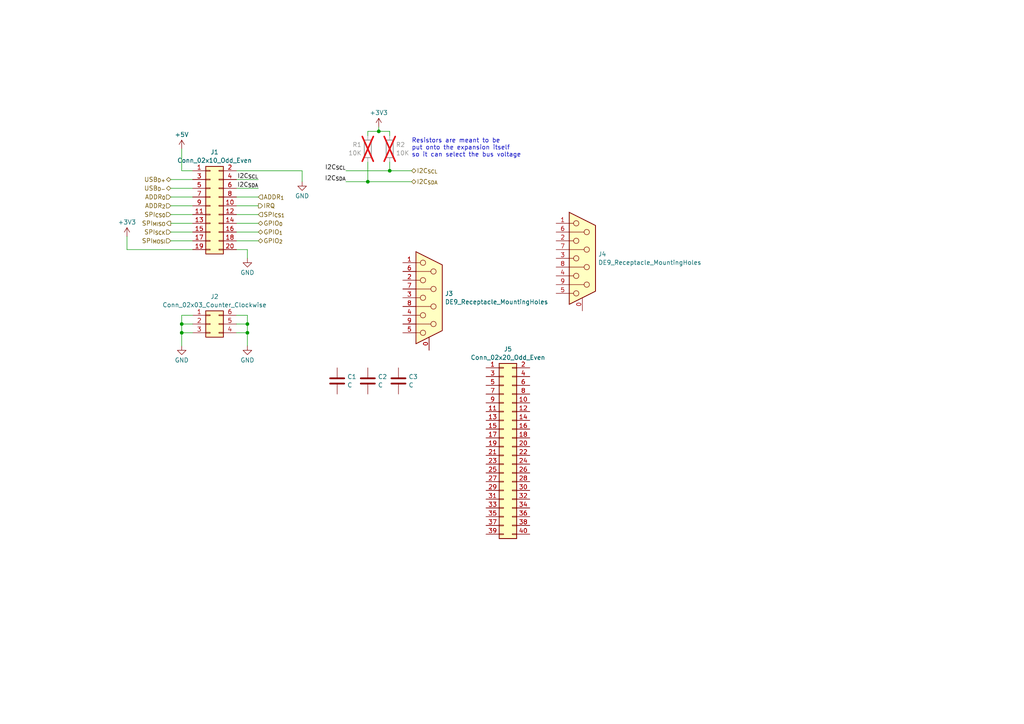
<source format=kicad_sch>
(kicad_sch (version 20231120) (generator "eeschema") (generator_version "8.0")
  (paper "A4")
  (lib_symbols
    (symbol "Connector:DE9_Receptacle_MountingHoles" (pin_names (offset 1.016) hide)
      (property "Reference" "J" (at 0 16.51 0))
      (property "Value" "DE9_Receptacle_MountingHoles" (at 0 14.605 0))
      (symbol "DE9_Receptacle_MountingHoles_0_1"
        (circle (center -1.778 -10.16) (radius 0.762))
        (circle (center -1.778 -5.08) (radius 0.762))
        (circle (center -1.778 0) (radius 0.762))
        (circle (center -1.778 5.08) (radius 0.762))
        (circle (center -1.778 10.16) (radius 0.762))
        (polyline (pts (xy -3.81 -10.16) (xy -2.54 -10.16)))
        (polyline (pts (xy -3.81 -7.62) (xy 0.508 -7.62)))
        (polyline (pts (xy -3.81 -5.08) (xy -2.54 -5.08)))
        (polyline (pts (xy -3.81 -2.54) (xy 0.508 -2.54)))
        (polyline (pts (xy -3.81 0) (xy -2.54 0)))
        (polyline (pts (xy -3.81 2.54) (xy 0.508 2.54)))
        (polyline (pts (xy -3.81 5.08) (xy -2.54 5.08)))
        (polyline (pts (xy -3.81 7.62) (xy 0.508 7.62)))
        (polyline (pts (xy -3.81 10.16) (xy -2.54 10.16)))
        (polyline (pts (xy -3.81 13.335) (xy -3.81 -13.335) (xy 3.81 -9.525) (xy 3.81 9.525) (xy -3.81 13.335)) (stroke (width 0.254)) (fill (type background)))
        (circle (center 1.27 -7.62) (radius 0.762))
        (circle (center 1.27 -2.54) (radius 0.762))
        (circle (center 1.27 2.54) (radius 0.762))
        (circle (center 1.27 7.62) (radius 0.762))
      )
      (symbol "DE9_Receptacle_MountingHoles_1_1"
        (pin passive line (at 0 -15.24 90) (length 3.81) (name "PAD") (number "0"))
        (pin passive line (at -7.62 10.16 0) (length 3.81) (name "1") (number "1"))
        (pin passive line (at -7.62 5.08 0) (length 3.81) (name "2") (number "2"))
        (pin passive line (at -7.62 0 0) (length 3.81) (name "3") (number "3"))
        (pin passive line (at -7.62 -5.08 0) (length 3.81) (name "4") (number "4"))
        (pin passive line (at -7.62 -10.16 0) (length 3.81) (name "5") (number "5"))
        (pin passive line (at -7.62 7.62 0) (length 3.81) (name "6") (number "6"))
        (pin passive line (at -7.62 2.54 0) (length 3.81) (name "7") (number "7"))
        (pin passive line (at -7.62 -2.54 0) (length 3.81) (name "8") (number "8"))
        (pin passive line (at -7.62 -7.62 0) (length 3.81) (name "9") (number "9"))
      )
    )
    (symbol "Connector_Generic:Conn_02x03_Counter_Clockwise" (pin_names (offset 1.016) hide)
      (property "Reference" "J" (at 1.27 5.08 0))
      (property "Value" "Conn_02x03_Counter_Clockwise" (at 1.27 -5.08 0))
      (symbol "Conn_02x03_Counter_Clockwise_1_1"
        (rectangle (start -1.27 -2.413) (end 0 -2.667) (stroke (width 0.1524)))
        (rectangle (start -1.27 0.127) (end 0 -0.127) (stroke (width 0.1524)))
        (rectangle (start -1.27 2.667) (end 0 2.413) (stroke (width 0.1524)))
        (rectangle (start -1.27 3.81) (end 3.81 -3.81) (stroke (width 0.254)) (fill (type background)))
        (rectangle (start 3.81 -2.413) (end 2.54 -2.667) (stroke (width 0.1524)))
        (rectangle (start 3.81 0.127) (end 2.54 -0.127) (stroke (width 0.1524)))
        (rectangle (start 3.81 2.667) (end 2.54 2.413) (stroke (width 0.1524)))
        (pin passive line (at -5.08 2.54 0) (length 3.81) (name "Pin_1") (number "1"))
        (pin passive line (at -5.08 0 0) (length 3.81) (name "Pin_2") (number "2"))
        (pin passive line (at -5.08 -2.54 0) (length 3.81) (name "Pin_3") (number "3"))
        (pin passive line (at 7.62 -2.54 180) (length 3.81) (name "Pin_4") (number "4"))
        (pin passive line (at 7.62 0 180) (length 3.81) (name "Pin_5") (number "5"))
        (pin passive line (at 7.62 2.54 180) (length 3.81) (name "Pin_6") (number "6"))
      )
    )
    (symbol "Connector_Generic:Conn_02x10_Odd_Even" (pin_names (offset 1.016) hide)
      (property "Reference" "J" (at 1.27 12.7 0))
      (property "Value" "Conn_02x10_Odd_Even" (at 1.27 -15.24 0))
      (symbol "Conn_02x10_Odd_Even_1_1"
        (rectangle (start -1.27 -12.573) (end 0 -12.827) (stroke (width 0.1524)))
        (rectangle (start -1.27 -10.033) (end 0 -10.287) (stroke (width 0.1524)))
        (rectangle (start -1.27 -7.493) (end 0 -7.747) (stroke (width 0.1524)))
        (rectangle (start -1.27 -4.953) (end 0 -5.207) (stroke (width 0.1524)))
        (rectangle (start -1.27 -2.413) (end 0 -2.667) (stroke (width 0.1524)))
        (rectangle (start -1.27 0.127) (end 0 -0.127) (stroke (width 0.1524)))
        (rectangle (start -1.27 2.667) (end 0 2.413) (stroke (width 0.1524)))
        (rectangle (start -1.27 5.207) (end 0 4.953) (stroke (width 0.1524)))
        (rectangle (start -1.27 7.747) (end 0 7.493) (stroke (width 0.1524)))
        (rectangle (start -1.27 10.287) (end 0 10.033) (stroke (width 0.1524)))
        (rectangle (start -1.27 11.43) (end 3.81 -13.97) (stroke (width 0.254)) (fill (type background)))
        (rectangle (start 3.81 -12.573) (end 2.54 -12.827) (stroke (width 0.1524)))
        (rectangle (start 3.81 -10.033) (end 2.54 -10.287) (stroke (width 0.1524)))
        (rectangle (start 3.81 -7.493) (end 2.54 -7.747) (stroke (width 0.1524)))
        (rectangle (start 3.81 -4.953) (end 2.54 -5.207) (stroke (width 0.1524)))
        (rectangle (start 3.81 -2.413) (end 2.54 -2.667) (stroke (width 0.1524)))
        (rectangle (start 3.81 0.127) (end 2.54 -0.127) (stroke (width 0.1524)))
        (rectangle (start 3.81 2.667) (end 2.54 2.413) (stroke (width 0.1524)))
        (rectangle (start 3.81 5.207) (end 2.54 4.953) (stroke (width 0.1524)))
        (rectangle (start 3.81 7.747) (end 2.54 7.493) (stroke (width 0.1524)))
        (rectangle (start 3.81 10.287) (end 2.54 10.033) (stroke (width 0.1524)))
        (pin passive line (at -5.08 10.16 0) (length 3.81) (name "Pin_1") (number "1"))
        (pin passive line (at 7.62 0 180) (length 3.81) (name "Pin_10") (number "10"))
        (pin passive line (at -5.08 -2.54 0) (length 3.81) (name "Pin_11") (number "11"))
        (pin passive line (at 7.62 -2.54 180) (length 3.81) (name "Pin_12") (number "12"))
        (pin passive line (at -5.08 -5.08 0) (length 3.81) (name "Pin_13") (number "13"))
        (pin passive line (at 7.62 -5.08 180) (length 3.81) (name "Pin_14") (number "14"))
        (pin passive line (at -5.08 -7.62 0) (length 3.81) (name "Pin_15") (number "15"))
        (pin passive line (at 7.62 -7.62 180) (length 3.81) (name "Pin_16") (number "16"))
        (pin passive line (at -5.08 -10.16 0) (length 3.81) (name "Pin_17") (number "17"))
        (pin passive line (at 7.62 -10.16 180) (length 3.81) (name "Pin_18") (number "18"))
        (pin passive line (at -5.08 -12.7 0) (length 3.81) (name "Pin_19") (number "19"))
        (pin passive line (at 7.62 10.16 180) (length 3.81) (name "Pin_2") (number "2"))
        (pin passive line (at 7.62 -12.7 180) (length 3.81) (name "Pin_20") (number "20"))
        (pin passive line (at -5.08 7.62 0) (length 3.81) (name "Pin_3") (number "3"))
        (pin passive line (at 7.62 7.62 180) (length 3.81) (name "Pin_4") (number "4"))
        (pin passive line (at -5.08 5.08 0) (length 3.81) (name "Pin_5") (number "5"))
        (pin passive line (at 7.62 5.08 180) (length 3.81) (name "Pin_6") (number "6"))
        (pin passive line (at -5.08 2.54 0) (length 3.81) (name "Pin_7") (number "7"))
        (pin passive line (at 7.62 2.54 180) (length 3.81) (name "Pin_8") (number "8"))
        (pin passive line (at -5.08 0 0) (length 3.81) (name "Pin_9") (number "9"))
      )
    )
    (symbol "Connector_Generic:Conn_02x20_Odd_Even" (pin_names (offset 1.016) hide)
      (property "Reference" "J" (at 1.27 25.4 0))
      (property "Value" "Conn_02x20_Odd_Even" (at 1.27 -27.94 0))
      (symbol "Conn_02x20_Odd_Even_1_1"
        (rectangle (start -1.27 -25.273) (end 0 -25.527) (stroke (width 0.1524)))
        (rectangle (start -1.27 -22.733) (end 0 -22.987) (stroke (width 0.1524)))
        (rectangle (start -1.27 -20.193) (end 0 -20.447) (stroke (width 0.1524)))
        (rectangle (start -1.27 -17.653) (end 0 -17.907) (stroke (width 0.1524)))
        (rectangle (start -1.27 -15.113) (end 0 -15.367) (stroke (width 0.1524)))
        (rectangle (start -1.27 -12.573) (end 0 -12.827) (stroke (width 0.1524)))
        (rectangle (start -1.27 -10.033) (end 0 -10.287) (stroke (width 0.1524)))
        (rectangle (start -1.27 -7.493) (end 0 -7.747) (stroke (width 0.1524)))
        (rectangle (start -1.27 -4.953) (end 0 -5.207) (stroke (width 0.1524)))
        (rectangle (start -1.27 -2.413) (end 0 -2.667) (stroke (width 0.1524)))
        (rectangle (start -1.27 0.127) (end 0 -0.127) (stroke (width 0.1524)))
        (rectangle (start -1.27 2.667) (end 0 2.413) (stroke (width 0.1524)))
        (rectangle (start -1.27 5.207) (end 0 4.953) (stroke (width 0.1524)))
        (rectangle (start -1.27 7.747) (end 0 7.493) (stroke (width 0.1524)))
        (rectangle (start -1.27 10.287) (end 0 10.033) (stroke (width 0.1524)))
        (rectangle (start -1.27 12.827) (end 0 12.573) (stroke (width 0.1524)))
        (rectangle (start -1.27 15.367) (end 0 15.113) (stroke (width 0.1524)))
        (rectangle (start -1.27 17.907) (end 0 17.653) (stroke (width 0.1524)))
        (rectangle (start -1.27 20.447) (end 0 20.193) (stroke (width 0.1524)))
        (rectangle (start -1.27 22.987) (end 0 22.733) (stroke (width 0.1524)))
        (rectangle (start -1.27 24.13) (end 3.81 -26.67) (stroke (width 0.254)) (fill (type background)))
        (rectangle (start 3.81 -25.273) (end 2.54 -25.527) (stroke (width 0.1524)))
        (rectangle (start 3.81 -22.733) (end 2.54 -22.987) (stroke (width 0.1524)))
        (rectangle (start 3.81 -20.193) (end 2.54 -20.447) (stroke (width 0.1524)))
        (rectangle (start 3.81 -17.653) (end 2.54 -17.907) (stroke (width 0.1524)))
        (rectangle (start 3.81 -15.113) (end 2.54 -15.367) (stroke (width 0.1524)))
        (rectangle (start 3.81 -12.573) (end 2.54 -12.827) (stroke (width 0.1524)))
        (rectangle (start 3.81 -10.033) (end 2.54 -10.287) (stroke (width 0.1524)))
        (rectangle (start 3.81 -7.493) (end 2.54 -7.747) (stroke (width 0.1524)))
        (rectangle (start 3.81 -4.953) (end 2.54 -5.207) (stroke (width 0.1524)))
        (rectangle (start 3.81 -2.413) (end 2.54 -2.667) (stroke (width 0.1524)))
        (rectangle (start 3.81 0.127) (end 2.54 -0.127) (stroke (width 0.1524)))
        (rectangle (start 3.81 2.667) (end 2.54 2.413) (stroke (width 0.1524)))
        (rectangle (start 3.81 5.207) (end 2.54 4.953) (stroke (width 0.1524)))
        (rectangle (start 3.81 7.747) (end 2.54 7.493) (stroke (width 0.1524)))
        (rectangle (start 3.81 10.287) (end 2.54 10.033) (stroke (width 0.1524)))
        (rectangle (start 3.81 12.827) (end 2.54 12.573) (stroke (width 0.1524)))
        (rectangle (start 3.81 15.367) (end 2.54 15.113) (stroke (width 0.1524)))
        (rectangle (start 3.81 17.907) (end 2.54 17.653) (stroke (width 0.1524)))
        (rectangle (start 3.81 20.447) (end 2.54 20.193) (stroke (width 0.1524)))
        (rectangle (start 3.81 22.987) (end 2.54 22.733) (stroke (width 0.1524)))
        (pin passive line (at -5.08 22.86 0) (length 3.81) (name "Pin_1") (number "1"))
        (pin passive line (at 7.62 12.7 180) (length 3.81) (name "Pin_10") (number "10"))
        (pin passive line (at -5.08 10.16 0) (length 3.81) (name "Pin_11") (number "11"))
        (pin passive line (at 7.62 10.16 180) (length 3.81) (name "Pin_12") (number "12"))
        (pin passive line (at -5.08 7.62 0) (length 3.81) (name "Pin_13") (number "13"))
        (pin passive line (at 7.62 7.62 180) (length 3.81) (name "Pin_14") (number "14"))
        (pin passive line (at -5.08 5.08 0) (length 3.81) (name "Pin_15") (number "15"))
        (pin passive line (at 7.62 5.08 180) (length 3.81) (name "Pin_16") (number "16"))
        (pin passive line (at -5.08 2.54 0) (length 3.81) (name "Pin_17") (number "17"))
        (pin passive line (at 7.62 2.54 180) (length 3.81) (name "Pin_18") (number "18"))
        (pin passive line (at -5.08 0 0) (length 3.81) (name "Pin_19") (number "19"))
        (pin passive line (at 7.62 22.86 180) (length 3.81) (name "Pin_2") (number "2"))
        (pin passive line (at 7.62 0 180) (length 3.81) (name "Pin_20") (number "20"))
        (pin passive line (at -5.08 -2.54 0) (length 3.81) (name "Pin_21") (number "21"))
        (pin passive line (at 7.62 -2.54 180) (length 3.81) (name "Pin_22") (number "22"))
        (pin passive line (at -5.08 -5.08 0) (length 3.81) (name "Pin_23") (number "23"))
        (pin passive line (at 7.62 -5.08 180) (length 3.81) (name "Pin_24") (number "24"))
        (pin passive line (at -5.08 -7.62 0) (length 3.81) (name "Pin_25") (number "25"))
        (pin passive line (at 7.62 -7.62 180) (length 3.81) (name "Pin_26") (number "26"))
        (pin passive line (at -5.08 -10.16 0) (length 3.81) (name "Pin_27") (number "27"))
        (pin passive line (at 7.62 -10.16 180) (length 3.81) (name "Pin_28") (number "28"))
        (pin passive line (at -5.08 -12.7 0) (length 3.81) (name "Pin_29") (number "29"))
        (pin passive line (at -5.08 20.32 0) (length 3.81) (name "Pin_3") (number "3"))
        (pin passive line (at 7.62 -12.7 180) (length 3.81) (name "Pin_30") (number "30"))
        (pin passive line (at -5.08 -15.24 0) (length 3.81) (name "Pin_31") (number "31"))
        (pin passive line (at 7.62 -15.24 180) (length 3.81) (name "Pin_32") (number "32"))
        (pin passive line (at -5.08 -17.78 0) (length 3.81) (name "Pin_33") (number "33"))
        (pin passive line (at 7.62 -17.78 180) (length 3.81) (name "Pin_34") (number "34"))
        (pin passive line (at -5.08 -20.32 0) (length 3.81) (name "Pin_35") (number "35"))
        (pin passive line (at 7.62 -20.32 180) (length 3.81) (name "Pin_36") (number "36"))
        (pin passive line (at -5.08 -22.86 0) (length 3.81) (name "Pin_37") (number "37"))
        (pin passive line (at 7.62 -22.86 180) (length 3.81) (name "Pin_38") (number "38"))
        (pin passive line (at -5.08 -25.4 0) (length 3.81) (name "Pin_39") (number "39"))
        (pin passive line (at 7.62 20.32 180) (length 3.81) (name "Pin_4") (number "4"))
        (pin passive line (at 7.62 -25.4 180) (length 3.81) (name "Pin_40") (number "40"))
        (pin passive line (at -5.08 17.78 0) (length 3.81) (name "Pin_5") (number "5"))
        (pin passive line (at 7.62 17.78 180) (length 3.81) (name "Pin_6") (number "6"))
        (pin passive line (at -5.08 15.24 0) (length 3.81) (name "Pin_7") (number "7"))
        (pin passive line (at 7.62 15.24 180) (length 3.81) (name "Pin_8") (number "8"))
        (pin passive line (at -5.08 12.7 0) (length 3.81) (name "Pin_9") (number "9"))
      )
    )
    (symbol "Device:C" (pin_numbers hide) (pin_names (offset 0.254))
      (property "Reference" "C" (at 0.635 2.54 0))
      (property "Value" "C" (at 0.635 -2.54 0))
      (symbol "C_0_1"
        (polyline (pts (xy -2.032 -0.762) (xy 2.032 -0.762)) (stroke (width 0.508)))
        (polyline (pts (xy -2.032 0.762) (xy 2.032 0.762)) (stroke (width 0.508)))
      )
      (symbol "C_1_1"
        (pin passive line (at 0 3.81 270) (length 2.794) (name "~") (number "1"))
        (pin passive line (at 0 -3.81 90) (length 2.794) (name "~") (number "2"))
      )
    )
    (symbol "Device:R" (pin_numbers hide) (pin_names (offset 0))
      (property "Reference" "R" (at 2.032 0 90))
      (property "Value" "R" (at 0 0 90))
      (symbol "R_0_1"
        (rectangle (start -1.016 -2.54) (end 1.016 2.54) (stroke (width 0.254)))
      )
      (symbol "R_1_1"
        (pin passive line (at 0 3.81 270) (length 1.27) (name "~") (number "1"))
        (pin passive line (at 0 -3.81 90) (length 1.27) (name "~") (number "2"))
      )
    )
    (symbol "power:+3V3" (power) (pin_names (offset 0))
      (property "Value" "+3V3" (at 0 3.556 0))
      (symbol "+3V3_0_1"
        (polyline (pts (xy -0.762 1.27) (xy 0 2.54)))
        (polyline (pts (xy 0 0) (xy 0 2.54)))
        (polyline (pts (xy 0 2.54) (xy 0.762 1.27)))
      )
      (symbol "+3V3_1_1"
        (pin power_in line (at 0 0 90) (length 0) hide (name "+3V3") (number "1"))
      )
    )
    (symbol "power:+5V" (power) (pin_names (offset 0))
      (property "Value" "+5V" (at 0 3.556 0))
      (symbol "+5V_0_1"
        (polyline (pts (xy -0.762 1.27) (xy 0 2.54)))
        (polyline (pts (xy 0 0) (xy 0 2.54)))
        (polyline (pts (xy 0 2.54) (xy 0.762 1.27)))
      )
      (symbol "+5V_1_1"
        (pin power_in line (at 0 0 90) (length 0) hide (name "+5V") (number "1"))
      )
    )
    (symbol "power:GND" (power) (pin_names (offset 0))
      (property "Value" "GND" (at 0 -3.81 0))
      (symbol "GND_0_1"
        (polyline (pts (xy 0 0) (xy 0 -1.27) (xy 1.27 -1.27) (xy 0 -2.54) (xy -1.27 -1.27) (xy 0 -1.27)))
      )
      (symbol "GND_1_1"
        (pin power_in line (at 0 0 270) (length 0) hide (name "GND") (number "1"))
      )
    )
  )
  (junction (at 106.68 52.705))
  (junction (at 71.755 96.52))
  (junction (at 52.705 96.52))
  (junction (at 113.03 49.53))
  (junction (at 71.755 93.98))
  (junction (at 109.855 38.1))
  (junction (at 52.705 93.98))
  (wire (pts (xy 68.58 69.85) (xy 74.93 69.85)))
  (wire (pts (xy 71.755 91.44) (xy 71.755 93.98)))
  (wire (pts (xy 106.68 46.99) (xy 106.68 52.705)))
  (wire (pts (xy 106.68 39.37) (xy 106.68 38.1)))
  (wire (pts (xy 36.83 68.58) (xy 36.83 72.39)))
  (wire (pts (xy 113.03 46.99) (xy 113.03 49.53)))
  (wire (pts (xy 109.855 36.83) (xy 109.855 38.1)))
  (wire (pts (xy 100.33 52.705) (xy 106.68 52.705)))
  (wire (pts (xy 55.88 91.44) (xy 52.705 91.44)))
  (wire (pts (xy 52.705 93.98) (xy 52.705 96.52)))
  (wire (pts (xy 68.58 72.39) (xy 71.755 72.39)))
  (wire (pts (xy 49.53 69.85) (xy 55.88 69.85)))
  (wire (pts (xy 113.03 49.53) (xy 119.38 49.53)))
  (wire (pts (xy 52.705 96.52) (xy 52.705 100.33)))
  (wire (pts (xy 68.58 91.44) (xy 71.755 91.44)))
  (wire (pts (xy 68.58 52.07) (xy 74.93 52.07)))
  (wire (pts (xy 49.53 67.31) (xy 55.88 67.31)))
  (wire (pts (xy 52.705 43.18) (xy 52.705 49.53)))
  (wire (pts (xy 55.88 49.53) (xy 52.705 49.53)))
  (wire (pts (xy 106.68 52.705) (xy 119.38 52.705)))
  (wire (pts (xy 71.755 72.39) (xy 71.755 74.93)))
  (wire (pts (xy 52.705 93.98) (xy 55.88 93.98)))
  (wire (pts (xy 71.755 96.52) (xy 71.755 100.33)))
  (wire (pts (xy 52.705 96.52) (xy 55.88 96.52)))
  (wire (pts (xy 68.58 62.23) (xy 74.93 62.23)))
  (wire (pts (xy 49.53 57.15) (xy 55.88 57.15)))
  (wire (pts (xy 49.53 52.07) (xy 55.88 52.07)))
  (wire (pts (xy 68.58 54.61) (xy 74.93 54.61)))
  (wire (pts (xy 71.755 93.98) (xy 71.755 96.52)))
  (wire (pts (xy 68.58 96.52) (xy 71.755 96.52)))
  (wire (pts (xy 49.53 59.69) (xy 55.88 59.69)))
  (wire (pts (xy 52.705 91.44) (xy 52.705 93.98)))
  (wire (pts (xy 68.58 67.31) (xy 74.93 67.31)))
  (wire (pts (xy 100.33 49.53) (xy 113.03 49.53)))
  (wire (pts (xy 87.63 49.53) (xy 68.58 49.53)))
  (wire (pts (xy 68.58 64.77) (xy 74.93 64.77)))
  (wire (pts (xy 113.03 39.37) (xy 113.03 38.1)))
  (wire (pts (xy 87.63 52.705) (xy 87.63 49.53)))
  (wire (pts (xy 55.88 72.39) (xy 36.83 72.39)))
  (wire (pts (xy 68.58 93.98) (xy 71.755 93.98)))
  (wire (pts (xy 49.53 62.23) (xy 55.88 62.23)))
  (wire (pts (xy 68.58 59.69) (xy 74.93 59.69)))
  (wire (pts (xy 49.53 64.77) (xy 55.88 64.77)))
  (wire (pts (xy 106.68 38.1) (xy 109.855 38.1)))
  (wire (pts (xy 68.58 57.15) (xy 74.93 57.15)))
  (wire (pts (xy 49.53 54.61) (xy 55.88 54.61)))
  (wire (pts (xy 109.855 38.1) (xy 113.03 38.1)))
  (text "Resistors are meant to be\nput onto the expansion itself\nso it can select the bus voltage" (at 119.38 45.72 0) (effects (font (size 1.27 1.27)) (justify left bottom)))
  (label "I2C_{SCL}" (at 74.93 52.07 180))
  (label "I2C_{SCL}" (at 100.33 49.53 180))
  (label "I2C_{SDA}" (at 100.33 52.705 180))
  (label "I2C_{SDA}" (at 74.93 54.61 180))
  (hierarchical_label "GPIO_{2}" (shape bidirectional) (at 74.93 69.85 0))
  (hierarchical_label "GPIO_{1}" (shape bidirectional) (at 74.93 67.31 0))
  (hierarchical_label "USB_{D-}" (shape bidirectional) (at 49.53 54.61 180))
  (hierarchical_label "SPI_{SCK}" (shape input) (at 49.53 67.31 180))
  (hierarchical_label "ADDR_{2}" (shape input) (at 49.53 59.69 180))
  (hierarchical_label "SPI_{MOSI}" (shape input) (at 49.53 69.85 180))
  (hierarchical_label "I2C_{SDA}" (shape bidirectional) (at 119.38 52.705 0))
  (hierarchical_label "USB_{D+}" (shape bidirectional) (at 49.53 52.07 180))
  (hierarchical_label "SPI_{MISO}" (shape output) (at 49.53 64.77 180))
  (hierarchical_label "I2C_{SCL}" (shape bidirectional) (at 119.38 49.53 0))
  (hierarchical_label "GPIO_{0}" (shape bidirectional) (at 74.93 64.77 0))
  (hierarchical_label "ADDR_{1}" (shape input) (at 74.93 57.15 0))
  (hierarchical_label "ADDR_{0}" (shape input) (at 49.53 57.15 180))
  (hierarchical_label "SPI_{CS0}" (shape input) (at 49.53 62.23 180))
  (hierarchical_label "SPI_{CS1}" (shape input) (at 74.93 62.23 0))
  (hierarchical_label "IRQ" (shape output) (at 74.93 59.69 0))
  (symbol (lib_id "Device:C") (at 97.79 110.49 0) (unit 1)
    (property "Reference" "C1" (at 100.711 109.2778 0) (effects (justify left)))
    (property "Value" "C" (at 100.711 111.7021 0) (effects (justify left)))
    (property "Footprint" "Capacitor_THT:CP_Radial_D14.0mm_P5.00mm" (effects (hide yes)))
    (property "Description" "Unpolarized capacitor" (effects (hide yes)))
  )
  (symbol (lib_id "power:GND") (at 71.755 100.33 0) (unit 1)
    (property "Reference" "#PWR05" (effects (hide yes)))
    (property "Value" "GND" (at 71.755 104.4631 0))
  )
  (symbol (lib_id "Device:C") (at 106.68 110.49 0) (unit 1)
    (property "Reference" "C2" (at 109.601 109.2778 0) (effects (justify left)))
    (property "Value" "C" (at 109.601 111.7021 0) (effects (justify left)))
    (property "Footprint" "Capacitor_THT:CP_Radial_D14.0mm_P5.00mm" (effects (hide yes)))
    (property "Description" "Unpolarized capacitor" (effects (hide yes)))
  )
  (symbol (lib_id "power:GND") (at 87.63 52.705 0) (unit 1)
    (property "Reference" "#PWR06" (effects (hide yes)))
    (property "Value" "GND" (at 87.63 56.8381 0))
  )
  (symbol (lib_id "Connector_Generic:Conn_02x20_Odd_Even") (at 146.05 129.54 0) (unit 1)
    (property "Reference" "J5" (at 147.32 101.2655 0))
    (property "Value" "Conn_02x20_Odd_Even" (at 147.32 103.6898 0))
    (property "Footprint" "Package_DIP:DIP-40_W15.24mm_Socket_LongPads" (effects (hide yes)))
    (property "Description" "Generic connector, double row, 02x20, odd/even pin numbering scheme (row 1 odd numbers, row 2 even numbers), script generated (kicad-library-utils/schlib/autogen/connector/)" (effects (hide yes)))
  )
  (symbol (lib_id "Connector_Generic:Conn_02x10_Odd_Even") (at 60.96 59.69 0) (unit 1)
    (property "Reference" "J1" (at 62.23 44.1157 0))
    (property "Value" "Conn_02x10_Odd_Even" (at 62.23 46.5399 0))
    (property "Footprint" "Connector_PinHeader_2.54mm:PinHeader_2x10_P2.54mm_Horizontal" (effects (hide yes)))
  )
  (symbol (lib_id "Connector_Generic:Conn_02x03_Counter_Clockwise") (at 60.96 93.98 0) (unit 1)
    (property "Reference" "J2" (at 62.23 86.0257 0))
    (property "Value" "Conn_02x03_Counter_Clockwise" (at 62.23 88.4499 0))
    (property "Footprint" "Connector_PinHeader_2.54mm:PinHeader_2x03_P2.54mm_Horizontal" (effects (hide yes)))
  )
  (symbol (lib_id "power:+3V3") (at 109.855 36.83 0) (unit 1)
    (property "Reference" "#PWR07" (effects (hide yes)))
    (property "Value" "+3V3" (at 109.855 32.6969 0))
  )
  (symbol (lib_id "power:GND") (at 52.705 100.33 0) (unit 1)
    (property "Reference" "#PWR03" (effects (hide yes)))
    (property "Value" "GND" (at 52.705 104.4631 0))
  )
  (symbol (lib_id "Connector:DE9_Receptacle_MountingHoles") (at 124.46 86.36 0) (unit 1)
    (property "Reference" "J3" (at 129.032 85.1478 0) (effects (justify left)))
    (property "Value" "DE9_Receptacle_MountingHoles" (at 129.032 87.5721 0) (effects (justify left)))
    (property "Footprint" "Connector_Dsub:DSUB-9_Female_Horizontal_P2.77x2.84mm_EdgePinOffset4.94mm_Housed_MountingHolesOffset7.48mm" (effects (hide yes)))
    (property "Datasheet" " ~" (effects (hide yes)))
    (property "Description" "9-pin female receptacle socket D-SUB connector, Mounting Hole" (effects (hide yes)))
  )
  (symbol (lib_id "Device:C") (at 115.57 110.49 0) (unit 1)
    (property "Reference" "C3" (at 118.491 109.2778 0) (effects (justify left)))
    (property "Value" "C" (at 118.491 111.7021 0) (effects (justify left)))
    (property "Footprint" "Capacitor_THT:CP_Radial_D14.0mm_P5.00mm" (effects (hide yes)))
    (property "Description" "Unpolarized capacitor" (effects (hide yes)))
  )
  (symbol (lib_id "Connector:DE9_Receptacle_MountingHoles") (at 168.91 74.93 0) (unit 1)
    (property "Reference" "J4" (at 173.482 73.7178 0) (effects (justify left)))
    (property "Value" "DE9_Receptacle_MountingHoles" (at 173.482 76.1421 0) (effects (justify left)))
    (property "Footprint" "Connector_Dsub:DSUB-9_Female_Horizontal_P2.77x2.84mm_EdgePinOffset4.94mm_Housed_MountingHolesOffset7.48mm" (effects (hide yes)))
    (property "Datasheet" " ~" (effects (hide yes)))
    (property "Description" "9-pin female receptacle socket D-SUB connector, Mounting Hole" (effects (hide yes)))
  )
  (symbol (lib_id "power:GND") (at 71.755 74.93 0) (unit 1)
    (property "Reference" "#PWR04" (effects (hide yes)))
    (property "Value" "GND" (at 71.755 79.0631 0))
  )
  (symbol (lib_id "Device:R") (at 106.68 43.18 0) (mirror y) (unit 1) (in_bom no) (dnp yes)
    (property "Reference" "R1" (at 104.902 41.9679 0) (effects (justify left)))
    (property "Value" "10K" (at 104.902 44.3921 0) (effects (justify left)))
    (property "Footprint" "Resistor_SMD:R_0603_1608Metric_Pad0.98x0.95mm_HandSolder" (effects (hide yes)))
  )
  (symbol (lib_id "Device:R") (at 113.03 43.18 0) (unit 1) (in_bom no) (dnp yes)
    (property "Reference" "R2" (at 114.808 41.9679 0) (effects (justify left)))
    (property "Value" "10K" (at 114.808 44.3921 0) (effects (justify left)))
    (property "Footprint" "Resistor_SMD:R_0603_1608Metric_Pad0.98x0.95mm_HandSolder" (effects (hide yes)))
  )
  (symbol (lib_id "power:+3V3") (at 36.83 68.58 0) (unit 1)
    (property "Reference" "#PWR01" (effects (hide yes)))
    (property "Value" "+3V3" (at 36.83 64.4469 0))
  )
  (symbol (lib_id "power:+5V") (at 52.705 43.18 0) (unit 1)
    (property "Reference" "#PWR02" (effects (hide yes)))
    (property "Value" "+5V" (at 52.705 39.0469 0))
  )
)
</source>
